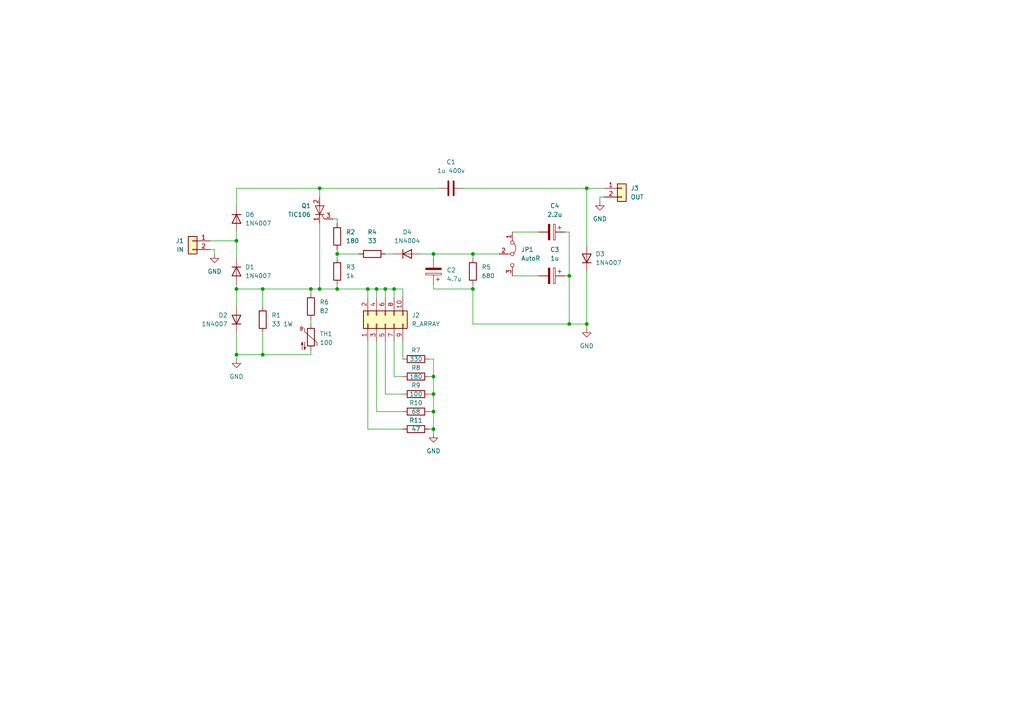
<source format=kicad_sch>
(kicad_sch (version 20230121) (generator eeschema)
  (paper "A4")
  (lib_symbols
    (symbol "Connector_Generic:Conn_01x02" (pin_names (offset 1.016) hide)
      (property "Reference" "J" (at 0 2.54 0))
      (property "Value" "Conn_01x02" (at 0 -5.08 0))
      (symbol "Conn_01x02_1_1"
        (rectangle (start -1.27 -2.413) (end 0 -2.667) (stroke (width 0.1524)))
        (rectangle (start -1.27 0.127) (end 0 -0.127) (stroke (width 0.1524)))
        (rectangle (start -1.27 1.27) (end 1.27 -3.81) (stroke (width 0.254)) (fill (type background)))
        (pin passive line (at -5.08 0 0) (length 3.81) (name "Pin_1") (number "1"))
        (pin passive line (at -5.08 -2.54 0) (length 3.81) (name "Pin_2") (number "2"))
      )
    )
    (symbol "Connector_Generic:Conn_02x05_Odd_Even" (pin_names (offset 1.016) hide)
      (property "Reference" "J" (at 1.27 7.62 0))
      (property "Value" "Conn_02x05_Odd_Even" (at 1.27 -7.62 0))
      (symbol "Conn_02x05_Odd_Even_1_1"
        (rectangle (start -1.27 -4.953) (end 0 -5.207) (stroke (width 0.1524)))
        (rectangle (start -1.27 -2.413) (end 0 -2.667) (stroke (width 0.1524)))
        (rectangle (start -1.27 0.127) (end 0 -0.127) (stroke (width 0.1524)))
        (rectangle (start -1.27 2.667) (end 0 2.413) (stroke (width 0.1524)))
        (rectangle (start -1.27 5.207) (end 0 4.953) (stroke (width 0.1524)))
        (rectangle (start -1.27 6.35) (end 3.81 -6.35) (stroke (width 0.254)) (fill (type background)))
        (rectangle (start 3.81 -4.953) (end 2.54 -5.207) (stroke (width 0.1524)))
        (rectangle (start 3.81 -2.413) (end 2.54 -2.667) (stroke (width 0.1524)))
        (rectangle (start 3.81 0.127) (end 2.54 -0.127) (stroke (width 0.1524)))
        (rectangle (start 3.81 2.667) (end 2.54 2.413) (stroke (width 0.1524)))
        (rectangle (start 3.81 5.207) (end 2.54 4.953) (stroke (width 0.1524)))
        (pin passive line (at -5.08 5.08 0) (length 3.81) (name "Pin_1") (number "1"))
        (pin passive line (at 7.62 -5.08 180) (length 3.81) (name "Pin_10") (number "10"))
        (pin passive line (at 7.62 5.08 180) (length 3.81) (name "Pin_2") (number "2"))
        (pin passive line (at -5.08 2.54 0) (length 3.81) (name "Pin_3") (number "3"))
        (pin passive line (at 7.62 2.54 180) (length 3.81) (name "Pin_4") (number "4"))
        (pin passive line (at -5.08 0 0) (length 3.81) (name "Pin_5") (number "5"))
        (pin passive line (at 7.62 0 180) (length 3.81) (name "Pin_6") (number "6"))
        (pin passive line (at -5.08 -2.54 0) (length 3.81) (name "Pin_7") (number "7"))
        (pin passive line (at 7.62 -2.54 180) (length 3.81) (name "Pin_8") (number "8"))
        (pin passive line (at -5.08 -5.08 0) (length 3.81) (name "Pin_9") (number "9"))
      )
    )
    (symbol "Device:C" (pin_numbers hide) (pin_names (offset 0.254))
      (property "Reference" "C" (at 0.635 2.54 0))
      (property "Value" "C" (at 0.635 -2.54 0))
      (symbol "C_0_1"
        (polyline (pts (xy -2.032 -0.762) (xy 2.032 -0.762)) (stroke (width 0.508)))
        (polyline (pts (xy -2.032 0.762) (xy 2.032 0.762)) (stroke (width 0.508)))
      )
      (symbol "C_1_1"
        (pin passive line (at 0 3.81 270) (length 2.794) (name "~") (number "1"))
        (pin passive line (at 0 -3.81 90) (length 2.794) (name "~") (number "2"))
      )
    )
    (symbol "Device:C_Polarized" (pin_numbers hide) (pin_names (offset 0.254))
      (property "Reference" "C" (at 0.635 2.54 0))
      (property "Value" "C_Polarized" (at 0.635 -2.54 0))
      (symbol "C_Polarized_0_1"
        (rectangle (start -2.286 0.508) (end 2.286 1.016))
        (polyline (pts (xy -1.778 2.286) (xy -0.762 2.286)))
        (polyline (pts (xy -1.27 2.794) (xy -1.27 1.778)))
        (rectangle (start 2.286 -0.508) (end -2.286 -1.016) (fill (type outline)))
      )
      (symbol "C_Polarized_1_1"
        (pin passive line (at 0 3.81 270) (length 2.794) (name "~") (number "1"))
        (pin passive line (at 0 -3.81 90) (length 2.794) (name "~") (number "2"))
      )
    )
    (symbol "Device:D" (pin_numbers hide) (pin_names (offset 1.016) hide)
      (property "Reference" "D" (at 0 2.54 0))
      (property "Value" "D" (at 0 -2.54 0))
      (symbol "D_0_1"
        (polyline (pts (xy -1.27 1.27) (xy -1.27 -1.27)) (stroke (width 0.254)))
        (polyline (pts (xy 1.27 0) (xy -1.27 0)))
        (polyline (pts (xy 1.27 1.27) (xy 1.27 -1.27) (xy -1.27 0) (xy 1.27 1.27)) (stroke (width 0.254)))
      )
      (symbol "D_1_1"
        (pin passive line (at -3.81 0 0) (length 2.54) (name "K") (number "1"))
        (pin passive line (at 3.81 0 180) (length 2.54) (name "A") (number "2"))
      )
    )
    (symbol "Device:R" (pin_numbers hide) (pin_names (offset 0))
      (property "Reference" "R" (at 2.032 0 90))
      (property "Value" "R" (at 0 0 90))
      (symbol "R_0_1"
        (rectangle (start -1.016 -2.54) (end 1.016 2.54) (stroke (width 0.254)))
      )
      (symbol "R_1_1"
        (pin passive line (at 0 3.81 270) (length 1.27) (name "~") (number "1"))
        (pin passive line (at 0 -3.81 90) (length 1.27) (name "~") (number "2"))
      )
    )
    (symbol "Device:Thermistor_NTC" (pin_numbers hide) (pin_names (offset 0))
      (property "Reference" "TH" (at -4.445 0 90))
      (property "Value" "Thermistor_NTC" (at 3.175 0 90))
      (symbol "Thermistor_NTC_0_1"
        (arc (start -3.048 2.159) (mid -3.0495 2.3143) (end -3.175 2.413))
        (arc (start -3.048 2.159) (mid -2.9736 1.9794) (end -2.794 1.905))
        (arc (start -3.048 2.794) (mid -2.9736 2.6144) (end -2.794 2.54))
        (arc (start -2.794 1.905) (mid -2.6144 1.9794) (end -2.54 2.159))
        (arc (start -2.794 2.54) (mid -2.4393 2.5587) (end -2.159 2.794))
        (arc (start -2.794 3.048) (mid -2.9736 2.9736) (end -3.048 2.794))
        (arc (start -2.54 2.794) (mid -2.6144 2.9736) (end -2.794 3.048))
        (rectangle (start -1.016 2.54) (end 1.016 -2.54) (stroke (width 0.254)))
        (polyline (pts (xy -2.54 2.159) (xy -2.54 2.794)))
        (polyline (pts (xy -1.778 2.54) (xy -1.778 1.524) (xy 1.778 -1.524) (xy 1.778 -2.54)))
        (polyline (pts (xy -2.54 -3.683) (xy -2.54 -1.397) (xy -2.794 -2.159) (xy -2.286 -2.159) (xy -2.54 -1.397) (xy -2.54 -1.651)) (fill (type outline)))
        (polyline (pts (xy -1.778 -1.397) (xy -1.778 -3.683) (xy -2.032 -2.921) (xy -1.524 -2.921) (xy -1.778 -3.683) (xy -1.778 -3.429)) (fill (type outline)))
      )
      (symbol "Thermistor_NTC_1_1"
        (pin passive line (at 0 3.81 270) (length 1.27) (name "~") (number "1"))
        (pin passive line (at 0 -3.81 90) (length 1.27) (name "~") (number "2"))
      )
    )
    (symbol "Diode:1N4007" (pin_numbers hide) (pin_names hide)
      (property "Reference" "D" (at 0 2.54 0))
      (property "Value" "1N4007" (at 0 -2.54 0))
      (symbol "1N4007_0_1"
        (polyline (pts (xy -1.27 1.27) (xy -1.27 -1.27)) (stroke (width 0.254)))
        (polyline (pts (xy 1.27 0) (xy -1.27 0)))
        (polyline (pts (xy 1.27 1.27) (xy 1.27 -1.27) (xy -1.27 0) (xy 1.27 1.27)) (stroke (width 0.254)))
      )
      (symbol "1N4007_1_1"
        (pin passive line (at -3.81 0 0) (length 2.54) (name "K") (number "1"))
        (pin passive line (at 3.81 0 180) (length 2.54) (name "A") (number "2"))
      )
    )
    (symbol "Jumper:Jumper_3_Bridged12" (pin_names (offset 0) hide)
      (property "Reference" "JP" (at -2.54 -2.54 0))
      (property "Value" "Jumper_3_Bridged12" (at 0 2.794 0))
      (symbol "Jumper_3_Bridged12_0_0"
        (circle (center -3.302 0) (radius 0.508))
        (circle (center 0 0) (radius 0.508))
        (circle (center 3.302 0) (radius 0.508))
      )
      (symbol "Jumper_3_Bridged12_0_1"
        (arc (start -0.254 0.508) (mid -1.651 0.9912) (end -3.048 0.508))
        (polyline (pts (xy 0 -1.27) (xy 0 -0.508)))
      )
      (symbol "Jumper_3_Bridged12_1_1"
        (pin passive line (at -6.35 0 0) (length 2.54) (name "A") (number "1"))
        (pin passive line (at 0 -3.81 90) (length 2.54) (name "C") (number "2"))
        (pin passive line (at 6.35 0 180) (length 2.54) (name "B") (number "3"))
      )
    )
    (symbol "Triac_Thyristor:TIC106" (pin_names (offset 0) hide)
      (property "Reference" "Q" (at 2.54 1.905 0))
      (property "Value" "TIC106" (at 2.54 0 0))
      (symbol "TIC106_0_1"
        (polyline (pts (xy -1.27 -2.54) (xy -0.635 -1.27)))
        (polyline (pts (xy -1.27 -1.27) (xy 1.27 -1.27)) (stroke (width 0.2032)))
        (polyline (pts (xy 0 -2.54) (xy 0 2.54)))
        (polyline (pts (xy -1.27 1.27) (xy 1.27 1.27) (xy 0 -1.27) (xy -1.27 1.27)) (stroke (width 0.2032)))
      )
      (symbol "TIC106_1_1"
        (pin passive line (at 0 -3.81 90) (length 2.54) (name "K") (number "1"))
        (pin passive line (at 0 3.81 270) (length 2.54) (name "A") (number "2"))
        (pin input line (at -3.81 -2.54 0) (length 2.54) (name "G") (number "3"))
      )
    )
    (symbol "power:GND" (power) (pin_names (offset 0))
      (property "Value" "GND" (at 0 -3.81 0))
      (symbol "GND_0_1"
        (polyline (pts (xy 0 0) (xy 0 -1.27) (xy 1.27 -1.27) (xy 0 -2.54) (xy -1.27 -1.27) (xy 0 -1.27)))
      )
      (symbol "GND_1_1"
        (pin power_in line (at 0 0 270) (length 0) hide (name "GND") (number "1"))
      )
    )
  )
  (junction (at 76.2 102.87))
  (junction (at 68.58 83.82))
  (junction (at 97.79 83.82))
  (junction (at 165.1 93.98))
  (junction (at 170.18 54.61))
  (junction (at 125.73 114.3))
  (junction (at 68.58 102.87))
  (junction (at 125.73 73.66))
  (junction (at 111.76 83.82))
  (junction (at 68.58 69.85))
  (junction (at 106.68 83.82))
  (junction (at 76.2 83.82))
  (junction (at 90.17 83.82))
  (junction (at 125.73 119.38))
  (junction (at 97.79 73.66))
  (junction (at 109.22 83.82))
  (junction (at 114.3 83.82))
  (junction (at 125.73 124.46))
  (junction (at 137.16 73.66))
  (junction (at 125.73 109.22))
  (junction (at 92.71 83.82))
  (junction (at 137.16 83.82))
  (junction (at 92.71 54.61))
  (junction (at 165.1 80.01))
  (junction (at 170.18 93.98))
  (wire (pts (xy 90.17 92.71) (xy 90.17 93.98)))
  (wire (pts (xy 125.73 125.73) (xy 125.73 124.46)))
  (wire (pts (xy 137.16 74.93) (xy 137.16 73.66)))
  (wire (pts (xy 114.3 109.22) (xy 116.84 109.22)))
  (wire (pts (xy 68.58 69.85) (xy 68.58 74.93)))
  (wire (pts (xy 114.3 99.06) (xy 114.3 109.22)))
  (wire (pts (xy 163.83 67.31) (xy 165.1 67.31)))
  (wire (pts (xy 111.76 83.82) (xy 114.3 83.82)))
  (wire (pts (xy 173.99 58.42) (xy 173.99 57.15)))
  (wire (pts (xy 109.22 119.38) (xy 116.84 119.38)))
  (wire (pts (xy 137.16 73.66) (xy 144.78 73.66)))
  (wire (pts (xy 148.59 67.31) (xy 156.21 67.31)))
  (wire (pts (xy 106.68 86.36) (xy 106.68 83.82)))
  (wire (pts (xy 97.79 63.5) (xy 97.79 64.77)))
  (wire (pts (xy 76.2 96.52) (xy 76.2 102.87)))
  (wire (pts (xy 125.73 83.82) (xy 125.73 82.55)))
  (wire (pts (xy 62.23 72.39) (xy 62.23 73.66)))
  (wire (pts (xy 125.73 119.38) (xy 125.73 124.46)))
  (wire (pts (xy 90.17 85.09) (xy 90.17 83.82)))
  (wire (pts (xy 111.76 86.36) (xy 111.76 83.82)))
  (wire (pts (xy 125.73 114.3) (xy 125.73 119.38)))
  (wire (pts (xy 125.73 83.82) (xy 137.16 83.82)))
  (wire (pts (xy 134.62 54.61) (xy 170.18 54.61)))
  (wire (pts (xy 125.73 104.14) (xy 125.73 109.22)))
  (wire (pts (xy 111.76 73.66) (xy 114.3 73.66)))
  (wire (pts (xy 106.68 99.06) (xy 106.68 124.46)))
  (wire (pts (xy 125.73 124.46) (xy 124.46 124.46)))
  (wire (pts (xy 116.84 83.82) (xy 116.84 86.36)))
  (wire (pts (xy 106.68 124.46) (xy 116.84 124.46)))
  (wire (pts (xy 76.2 83.82) (xy 76.2 88.9)))
  (wire (pts (xy 60.96 69.85) (xy 68.58 69.85)))
  (wire (pts (xy 116.84 99.06) (xy 116.84 104.14)))
  (wire (pts (xy 106.68 83.82) (xy 109.22 83.82)))
  (wire (pts (xy 68.58 83.82) (xy 68.58 88.9)))
  (wire (pts (xy 97.79 72.39) (xy 97.79 73.66)))
  (wire (pts (xy 124.46 114.3) (xy 125.73 114.3)))
  (wire (pts (xy 109.22 99.06) (xy 109.22 119.38)))
  (wire (pts (xy 170.18 54.61) (xy 170.18 71.12)))
  (wire (pts (xy 109.22 83.82) (xy 111.76 83.82)))
  (wire (pts (xy 124.46 109.22) (xy 125.73 109.22)))
  (wire (pts (xy 121.92 73.66) (xy 125.73 73.66)))
  (wire (pts (xy 97.79 73.66) (xy 97.79 74.93)))
  (wire (pts (xy 170.18 93.98) (xy 170.18 95.25)))
  (wire (pts (xy 163.83 80.01) (xy 165.1 80.01)))
  (wire (pts (xy 125.73 73.66) (xy 125.73 74.93)))
  (wire (pts (xy 68.58 102.87) (xy 68.58 104.14)))
  (wire (pts (xy 125.73 109.22) (xy 125.73 114.3)))
  (wire (pts (xy 116.84 83.82) (xy 114.3 83.82)))
  (wire (pts (xy 137.16 82.55) (xy 137.16 83.82)))
  (wire (pts (xy 165.1 67.31) (xy 165.1 80.01)))
  (wire (pts (xy 109.22 86.36) (xy 109.22 83.82)))
  (wire (pts (xy 97.79 82.55) (xy 97.79 83.82)))
  (wire (pts (xy 68.58 96.52) (xy 68.58 102.87)))
  (wire (pts (xy 170.18 54.61) (xy 175.26 54.61)))
  (wire (pts (xy 170.18 93.98) (xy 165.1 93.98)))
  (wire (pts (xy 92.71 54.61) (xy 68.58 54.61)))
  (wire (pts (xy 137.16 93.98) (xy 165.1 93.98)))
  (wire (pts (xy 76.2 102.87) (xy 90.17 102.87)))
  (wire (pts (xy 76.2 83.82) (xy 68.58 83.82)))
  (wire (pts (xy 92.71 57.15) (xy 92.71 54.61)))
  (wire (pts (xy 124.46 119.38) (xy 125.73 119.38)))
  (wire (pts (xy 68.58 67.31) (xy 68.58 69.85)))
  (wire (pts (xy 111.76 99.06) (xy 111.76 114.3)))
  (wire (pts (xy 68.58 102.87) (xy 76.2 102.87)))
  (wire (pts (xy 97.79 63.5) (xy 96.52 63.5)))
  (wire (pts (xy 173.99 57.15) (xy 175.26 57.15)))
  (wire (pts (xy 92.71 83.82) (xy 90.17 83.82)))
  (wire (pts (xy 165.1 80.01) (xy 165.1 93.98)))
  (wire (pts (xy 104.14 73.66) (xy 97.79 73.66)))
  (wire (pts (xy 68.58 54.61) (xy 68.58 59.69)))
  (wire (pts (xy 111.76 114.3) (xy 116.84 114.3)))
  (wire (pts (xy 92.71 83.82) (xy 97.79 83.82)))
  (wire (pts (xy 60.96 72.39) (xy 62.23 72.39)))
  (wire (pts (xy 148.59 80.01) (xy 156.21 80.01)))
  (wire (pts (xy 68.58 82.55) (xy 68.58 83.82)))
  (wire (pts (xy 114.3 86.36) (xy 114.3 83.82)))
  (wire (pts (xy 127 54.61) (xy 92.71 54.61)))
  (wire (pts (xy 90.17 102.87) (xy 90.17 101.6)))
  (wire (pts (xy 97.79 83.82) (xy 106.68 83.82)))
  (wire (pts (xy 76.2 83.82) (xy 90.17 83.82)))
  (wire (pts (xy 124.46 104.14) (xy 125.73 104.14)))
  (wire (pts (xy 125.73 73.66) (xy 137.16 73.66)))
  (wire (pts (xy 137.16 83.82) (xy 137.16 93.98)))
  (wire (pts (xy 170.18 78.74) (xy 170.18 93.98)))
  (wire (pts (xy 92.71 64.77) (xy 92.71 83.82)))
  (symbol (lib_id "Diode:1N4007") (at 68.58 78.74 270) (unit 1)
    (property "Reference" "D1" (at 71.12 77.47 90) (effects (justify left)))
    (property "Value" "1N4007" (at 71.12 80.01 90) (effects (justify left)))
    (property "Footprint" "Diode_THT:D_DO-41_SOD81_P7.62mm_Horizontal" (effects hide))
    (property "Datasheet" "http://www.vishay.com/docs/88503/1n4001.pdf" (effects hide))
    (property "Sim.Device" "D" (effects hide))
    (property "Sim.Pins" "1=K 2=A" (effects hide))
  )
  (symbol (lib_id "Device:R") (at 120.65 114.3 90) (unit 1)
    (property "Reference" "R9" (at 120.65 111.76 90))
    (property "Value" "100" (at 120.65 114.3 90))
    (property "Footprint" "Resistor_THT:R_Axial_DIN0207_L6.3mm_D2.5mm_P7.62mm_Horizontal" (effects hide))
  )
  (symbol (lib_id "Jumper:Jumper_3_Bridged12") (at 148.59 73.66 270) (unit 1)
    (property "Reference" "JP1" (at 151.13 72.39 90) (effects (justify left)))
    (property "Value" "AutoR" (at 151.13 74.93 90) (effects (justify left)))
    (property "Footprint" "Connector_PinHeader_2.54mm:PinHeader_1x03_P2.54mm_Vertical" (effects hide))
  )
  (symbol (lib_id "Connector_Generic:Conn_01x02") (at 180.34 54.61 0) (unit 1)
    (property "Reference" "J3" (at 182.88 54.61 0) (effects (justify left)))
    (property "Value" "OUT" (at 182.88 57.15 0) (effects (justify left)))
    (property "Footprint" "Connector_Wire:SolderWire-1sqmm_1x02_P5.4mm_D1.4mm_OD2.7mm" (effects hide))
  )
  (symbol (lib_id "Device:C_Polarized") (at 160.02 67.31 270) (unit 1)
    (property "Reference" "C4" (at 160.909 59.69 90))
    (property "Value" "2.2u" (at 160.909 62.23 90))
    (property "Footprint" "Capacitor_THT:C_Disc_D5.1mm_W3.2mm_P5.00mm" (effects hide))
  )
  (symbol (lib_id "Connector_Generic:Conn_02x05_Odd_Even") (at 111.76 93.98 90) (unit 1)
    (property "Reference" "J2" (at 119.38 91.44 90) (effects (justify right)))
    (property "Value" "R_ARRAY" (at 119.38 93.98 90) (effects (justify right)))
    (property "Footprint" "Connector_PinHeader_2.54mm:PinHeader_2x05_P2.54mm_Vertical" (effects hide))
  )
  (symbol (lib_id "Device:R") (at 137.16 78.74 0) (unit 1)
    (property "Reference" "R5" (at 139.7 77.47 0) (effects (justify left)))
    (property "Value" "680" (at 139.7 80.01 0) (effects (justify left)))
    (property "Footprint" "Resistor_THT:R_Axial_DIN0207_L6.3mm_D2.5mm_P7.62mm_Horizontal" (effects hide))
  )
  (symbol (lib_id "power:GND") (at 170.18 95.25 0) (unit 1)
    (property "Reference" "#PWR02" (effects hide))
    (property "Value" "GND" (at 170.18 100.33 0))
  )
  (symbol (lib_id "Diode:1N4007") (at 170.18 74.93 90) (unit 1)
    (property "Reference" "D3" (at 172.72 73.66 90) (effects (justify right)))
    (property "Value" "1N4007" (at 172.72 76.2 90) (effects (justify right)))
    (property "Footprint" "Diode_THT:D_DO-41_SOD81_P7.62mm_Horizontal" (effects hide))
    (property "Datasheet" "http://www.vishay.com/docs/88503/1n4001.pdf" (effects hide))
    (property "Sim.Device" "D" (effects hide))
    (property "Sim.Pins" "1=K 2=A" (effects hide))
  )
  (symbol (lib_id "Device:D") (at 118.11 73.66 0) (unit 1)
    (property "Reference" "D4" (at 118.11 67.31 0))
    (property "Value" "1N4004" (at 118.11 69.85 0))
    (property "Footprint" "Diode_THT:D_DO-41_SOD81_P7.62mm_Horizontal" (effects hide))
    (property "Sim.Device" "D" (effects hide))
    (property "Sim.Pins" "1=K 2=A" (effects hide))
  )
  (symbol (lib_id "Device:C") (at 130.81 54.61 90) (unit 1)
    (property "Reference" "C1" (at 130.81 46.99 90))
    (property "Value" "1u 400v" (at 130.81 49.53 90))
    (property "Footprint" "Capacitor_THT:C_Rect_L7.0mm_W4.5mm_P5.00mm" (effects hide))
  )
  (symbol (lib_id "power:GND") (at 125.73 125.73 0) (unit 1)
    (property "Reference" "#PWR01" (effects hide))
    (property "Value" "GND" (at 125.73 130.81 0))
  )
  (symbol (lib_id "Diode:1N4007") (at 68.58 63.5 270) (unit 1)
    (property "Reference" "D6" (at 71.12 62.23 90) (effects (justify left)))
    (property "Value" "1N4007" (at 71.12 64.77 90) (effects (justify left)))
    (property "Footprint" "Diode_THT:D_DO-41_SOD81_P7.62mm_Horizontal" (effects hide))
    (property "Datasheet" "http://www.vishay.com/docs/88503/1n4001.pdf" (effects hide))
    (property "Sim.Device" "D" (effects hide))
    (property "Sim.Pins" "1=K 2=A" (effects hide))
  )
  (symbol (lib_id "power:GND") (at 173.99 58.42 0) (unit 1)
    (property "Reference" "#PWR04" (effects hide))
    (property "Value" "GND" (at 173.99 63.5 0))
  )
  (symbol (lib_id "Device:R") (at 107.95 73.66 90) (unit 1)
    (property "Reference" "R4" (at 107.95 67.31 90))
    (property "Value" "33" (at 107.95 69.85 90))
    (property "Footprint" "Resistor_THT:R_Axial_DIN0207_L6.3mm_D2.5mm_P7.62mm_Horizontal" (effects hide))
  )
  (symbol (lib_id "Device:R") (at 90.17 88.9 0) (unit 1)
    (property "Reference" "R6" (at 92.71 87.63 0) (effects (justify left)))
    (property "Value" "82" (at 92.71 90.17 0) (effects (justify left)))
    (property "Footprint" "Resistor_THT:R_Axial_DIN0207_L6.3mm_D2.5mm_P7.62mm_Horizontal" (effects hide))
  )
  (symbol (lib_id "power:GND") (at 62.23 73.66 0) (unit 1)
    (property "Reference" "#PWR05" (effects hide))
    (property "Value" "GND" (at 62.23 78.74 0))
  )
  (symbol (lib_id "Device:C_Polarized") (at 125.73 78.74 180) (unit 1)
    (property "Reference" "C2" (at 129.54 78.359 0) (effects (justify right)))
    (property "Value" "4.7u" (at 129.54 80.899 0) (effects (justify right)))
    (property "Footprint" "Capacitor_THT:C_Disc_D5.1mm_W3.2mm_P5.00mm" (effects hide))
  )
  (symbol (lib_id "Device:R") (at 120.65 124.46 90) (unit 1)
    (property "Reference" "R11" (at 120.65 121.92 90))
    (property "Value" "47" (at 120.65 124.46 90))
    (property "Footprint" "Resistor_THT:R_Axial_DIN0207_L6.3mm_D2.5mm_P7.62mm_Horizontal" (effects hide))
  )
  (symbol (lib_id "Device:R") (at 76.2 92.71 0) (unit 1)
    (property "Reference" "R1" (at 78.74 91.44 0) (effects (justify left)))
    (property "Value" "33 1W" (at 78.74 93.98 0) (effects (justify left)))
    (property "Footprint" "Resistor_THT:R_Axial_DIN0207_L6.3mm_D2.5mm_P7.62mm_Horizontal" (effects hide))
  )
  (symbol (lib_id "Device:R") (at 97.79 78.74 0) (unit 1)
    (property "Reference" "R3" (at 100.33 77.47 0) (effects (justify left)))
    (property "Value" "1k" (at 100.33 80.01 0) (effects (justify left)))
    (property "Footprint" "Resistor_THT:R_Axial_DIN0207_L6.3mm_D2.5mm_P7.62mm_Horizontal" (effects hide))
  )
  (symbol (lib_id "Triac_Thyristor:TIC106") (at 92.71 60.96 0) (mirror y) (unit 1)
    (property "Reference" "Q1" (at 90.17 59.69 0) (effects (justify left)))
    (property "Value" "TIC106" (at 90.17 62.23 0) (effects (justify left)))
    (property "Footprint" "Package_TO_SOT_THT:TO-220-3_Vertical" (effects hide))
    (property "Datasheet" "http://pdf.datasheetcatalog.com/datasheet/PowerInnovations/mXyzrtvs.pdf" (effects hide))
  )
  (symbol (lib_id "Device:Thermistor_NTC") (at 90.17 97.79 0) (unit 1)
    (property "Reference" "TH1" (at 92.71 96.8375 0) (effects (justify left)))
    (property "Value" "100" (at 92.71 99.3775 0) (effects (justify left)))
    (property "Footprint" "Resistor_THT:R_Axial_DIN0204_L3.6mm_D1.6mm_P2.54mm_Vertical" (effects hide))
  )
  (symbol (lib_id "Device:C_Polarized") (at 160.02 80.01 270) (unit 1)
    (property "Reference" "C3" (at 160.909 72.39 90))
    (property "Value" "1u" (at 160.909 74.93 90))
    (property "Footprint" "Capacitor_THT:C_Disc_D5.1mm_W3.2mm_P5.00mm" (effects hide))
  )
  (symbol (lib_id "Connector_Generic:Conn_01x02") (at 55.88 69.85 0) (mirror y) (unit 1)
    (property "Reference" "J1" (at 53.34 69.85 0) (effects (justify left)))
    (property "Value" "IN" (at 53.34 72.39 0) (effects (justify left)))
    (property "Footprint" "Connector_Wire:SolderWire-1sqmm_1x02_P5.4mm_D1.4mm_OD2.7mm" (effects hide))
  )
  (symbol (lib_id "Device:R") (at 120.65 104.14 90) (unit 1)
    (property "Reference" "R7" (at 120.65 101.6 90))
    (property "Value" "330" (at 120.65 104.14 90))
    (property "Footprint" "Resistor_THT:R_Axial_DIN0207_L6.3mm_D2.5mm_P7.62mm_Horizontal" (effects hide))
  )
  (symbol (lib_id "Diode:1N4007") (at 68.58 92.71 270) (mirror x) (unit 1)
    (property "Reference" "D2" (at 66.04 91.44 90) (effects (justify right)))
    (property "Value" "1N4007" (at 66.04 93.98 90) (effects (justify right)))
    (property "Footprint" "Diode_THT:D_DO-41_SOD81_P7.62mm_Horizontal" (effects hide))
    (property "Datasheet" "http://www.vishay.com/docs/88503/1n4001.pdf" (effects hide))
    (property "Sim.Device" "D" (effects hide))
    (property "Sim.Pins" "1=K 2=A" (effects hide))
  )
  (symbol (lib_id "Device:R") (at 120.65 119.38 90) (unit 1)
    (property "Reference" "R10" (at 120.65 116.84 90))
    (property "Value" "68" (at 120.65 119.38 90))
    (property "Footprint" "Resistor_THT:R_Axial_DIN0207_L6.3mm_D2.5mm_P7.62mm_Horizontal" (effects hide))
  )
  (symbol (lib_id "power:GND") (at 68.58 104.14 0) (unit 1)
    (property "Reference" "#PWR03" (effects hide))
    (property "Value" "GND" (at 68.58 109.22 0))
  )
  (symbol (lib_id "Device:R") (at 97.79 68.58 0) (unit 1)
    (property "Reference" "R2" (at 100.33 67.31 0) (effects (justify left)))
    (property "Value" "180" (at 100.33 69.85 0) (effects (justify left)))
    (property "Footprint" "Resistor_THT:R_Axial_DIN0207_L6.3mm_D2.5mm_P7.62mm_Horizontal" (effects hide))
  )
  (symbol (lib_id "Device:R") (at 120.65 109.22 90) (unit 1)
    (property "Reference" "R8" (at 120.65 106.68 90))
    (property "Value" "180" (at 120.65 109.22 90))
    (property "Footprint" "Resistor_THT:R_Axial_DIN0207_L6.3mm_D2.5mm_P7.62mm_Horizontal" (effects hide))
  )
)
</source>
